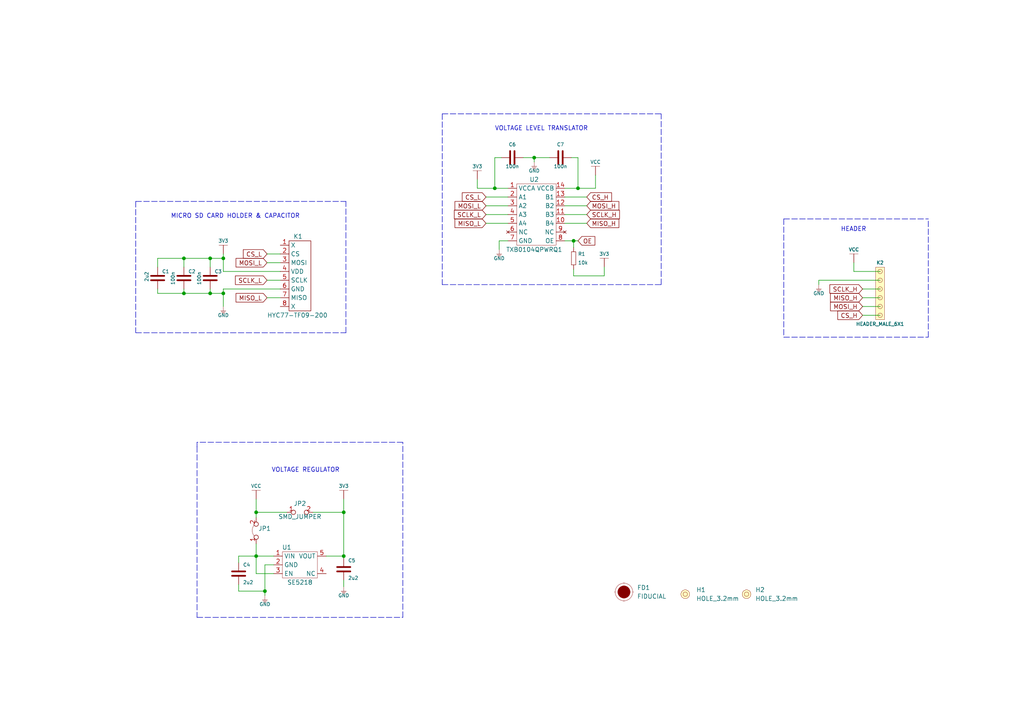
<source format=kicad_sch>
(kicad_sch (version 20211123) (generator eeschema)

  (uuid 115a1352-8b56-4f18-9fd0-2d685f329376)

  (paper "A4")

  (title_block
    (title "microSD breakout")
    (date "2021-07-26")
    (rev "V1.0.0.")
    (company "SOLDERED")
    (comment 1 "333050")
  )

  (lib_symbols
    (symbol "e-radionica.com schematics:0603C" (pin_numbers hide) (pin_names (offset 0.002)) (in_bom yes) (on_board yes)
      (property "Reference" "C" (id 0) (at -0.635 3.175 0)
        (effects (font (size 1 1)))
      )
      (property "Value" "0603C" (id 1) (at 0 -3.175 0)
        (effects (font (size 1 1)))
      )
      (property "Footprint" "e-radionica.com footprinti:0603C" (id 2) (at 0 0 0)
        (effects (font (size 1 1)) hide)
      )
      (property "Datasheet" "" (id 3) (at 0 0 0)
        (effects (font (size 1 1)) hide)
      )
      (symbol "0603C_0_1"
        (polyline
          (pts
            (xy -0.635 1.905)
            (xy -0.635 -1.905)
          )
          (stroke (width 0.5) (type default) (color 0 0 0 0))
          (fill (type none))
        )
        (polyline
          (pts
            (xy 0.635 1.905)
            (xy 0.635 -1.905)
          )
          (stroke (width 0.5) (type default) (color 0 0 0 0))
          (fill (type none))
        )
      )
      (symbol "0603C_1_1"
        (pin passive line (at -3.175 0 0) (length 2.54)
          (name "~" (effects (font (size 1.27 1.27))))
          (number "1" (effects (font (size 1.27 1.27))))
        )
        (pin passive line (at 3.175 0 180) (length 2.54)
          (name "~" (effects (font (size 1.27 1.27))))
          (number "2" (effects (font (size 1.27 1.27))))
        )
      )
    )
    (symbol "e-radionica.com schematics:0603R" (pin_numbers hide) (pin_names (offset 0.254)) (in_bom yes) (on_board yes)
      (property "Reference" "R" (id 0) (at -1.905 1.905 0)
        (effects (font (size 1 1)))
      )
      (property "Value" "0603R" (id 1) (at 0 -1.905 0)
        (effects (font (size 1 1)))
      )
      (property "Footprint" "e-radionica.com footprinti:0603R" (id 2) (at -0.635 1.905 0)
        (effects (font (size 1 1)) hide)
      )
      (property "Datasheet" "" (id 3) (at -0.635 1.905 0)
        (effects (font (size 1 1)) hide)
      )
      (symbol "0603R_0_1"
        (rectangle (start -1.905 -0.635) (end 1.905 -0.6604)
          (stroke (width 0.1) (type default) (color 0 0 0 0))
          (fill (type none))
        )
        (rectangle (start -1.905 0.635) (end -1.8796 -0.635)
          (stroke (width 0.1) (type default) (color 0 0 0 0))
          (fill (type none))
        )
        (rectangle (start -1.905 0.635) (end 1.905 0.6096)
          (stroke (width 0.1) (type default) (color 0 0 0 0))
          (fill (type none))
        )
        (rectangle (start 1.905 0.635) (end 1.9304 -0.635)
          (stroke (width 0.1) (type default) (color 0 0 0 0))
          (fill (type none))
        )
      )
      (symbol "0603R_1_1"
        (pin passive line (at -3.175 0 0) (length 1.27)
          (name "~" (effects (font (size 1.27 1.27))))
          (number "1" (effects (font (size 1.27 1.27))))
        )
        (pin passive line (at 3.175 0 180) (length 1.27)
          (name "~" (effects (font (size 1.27 1.27))))
          (number "2" (effects (font (size 1.27 1.27))))
        )
      )
    )
    (symbol "e-radionica.com schematics:3V3" (power) (pin_names (offset 0)) (in_bom yes) (on_board yes)
      (property "Reference" "#PWR" (id 0) (at 4.445 0 0)
        (effects (font (size 1 1)) hide)
      )
      (property "Value" "3V3" (id 1) (at 0 3.556 0)
        (effects (font (size 1 1)))
      )
      (property "Footprint" "" (id 2) (at 4.445 3.81 0)
        (effects (font (size 1 1)) hide)
      )
      (property "Datasheet" "" (id 3) (at 4.445 3.81 0)
        (effects (font (size 1 1)) hide)
      )
      (property "ki_keywords" "power-flag" (id 4) (at 0 0 0)
        (effects (font (size 1.27 1.27)) hide)
      )
      (property "ki_description" "Power symbol creates a global label with name \"+3V3\"" (id 5) (at 0 0 0)
        (effects (font (size 1.27 1.27)) hide)
      )
      (symbol "3V3_0_1"
        (polyline
          (pts
            (xy -1.27 2.54)
            (xy 1.27 2.54)
          )
          (stroke (width 0.0006) (type default) (color 0 0 0 0))
          (fill (type none))
        )
        (polyline
          (pts
            (xy 0 0)
            (xy 0 2.54)
          )
          (stroke (width 0) (type default) (color 0 0 0 0))
          (fill (type none))
        )
      )
      (symbol "3V3_1_1"
        (pin power_in line (at 0 0 90) (length 0) hide
          (name "3V3" (effects (font (size 1.27 1.27))))
          (number "1" (effects (font (size 1.27 1.27))))
        )
      )
    )
    (symbol "e-radionica.com schematics:FIDUCIAL" (in_bom no) (on_board yes)
      (property "Reference" "FD" (id 0) (at 0 3.81 0)
        (effects (font (size 1.27 1.27)))
      )
      (property "Value" "FIDUCIAL" (id 1) (at 0 -3.81 0)
        (effects (font (size 1.27 1.27)))
      )
      (property "Footprint" "e-radionica.com footprinti:FIDUCIAL_23" (id 2) (at 0.254 -5.334 0)
        (effects (font (size 1.27 1.27)) hide)
      )
      (property "Datasheet" "" (id 3) (at 0 0 0)
        (effects (font (size 1.27 1.27)) hide)
      )
      (symbol "FIDUCIAL_0_1"
        (polyline
          (pts
            (xy -2.54 0)
            (xy -2.794 0)
          )
          (stroke (width 0.0006) (type default) (color 0 0 0 0))
          (fill (type none))
        )
        (polyline
          (pts
            (xy 0 -2.54)
            (xy 0 -2.794)
          )
          (stroke (width 0.0006) (type default) (color 0 0 0 0))
          (fill (type none))
        )
        (polyline
          (pts
            (xy 0 2.54)
            (xy 0 2.794)
          )
          (stroke (width 0.0006) (type default) (color 0 0 0 0))
          (fill (type none))
        )
        (polyline
          (pts
            (xy 2.54 0)
            (xy 2.794 0)
          )
          (stroke (width 0.0006) (type default) (color 0 0 0 0))
          (fill (type none))
        )
        (circle (center 0 0) (radius 1.7961)
          (stroke (width 0.001) (type default) (color 0 0 0 0))
          (fill (type outline))
        )
        (circle (center 0 0) (radius 2.54)
          (stroke (width 0.0006) (type default) (color 0 0 0 0))
          (fill (type none))
        )
      )
    )
    (symbol "e-radionica.com schematics:GND" (power) (pin_names (offset 0)) (in_bom yes) (on_board yes)
      (property "Reference" "#PWR" (id 0) (at 4.445 0 0)
        (effects (font (size 1 1)) hide)
      )
      (property "Value" "GND" (id 1) (at 0 -2.921 0)
        (effects (font (size 1 1)))
      )
      (property "Footprint" "" (id 2) (at 4.445 3.81 0)
        (effects (font (size 1 1)) hide)
      )
      (property "Datasheet" "" (id 3) (at 4.445 3.81 0)
        (effects (font (size 1 1)) hide)
      )
      (property "ki_keywords" "power-flag" (id 4) (at 0 0 0)
        (effects (font (size 1.27 1.27)) hide)
      )
      (property "ki_description" "Power symbol creates a global label with name \"+3V3\"" (id 5) (at 0 0 0)
        (effects (font (size 1.27 1.27)) hide)
      )
      (symbol "GND_0_1"
        (polyline
          (pts
            (xy -0.762 -1.27)
            (xy 0.762 -1.27)
          )
          (stroke (width 0.0006) (type default) (color 0 0 0 0))
          (fill (type none))
        )
        (polyline
          (pts
            (xy -0.635 -1.524)
            (xy 0.635 -1.524)
          )
          (stroke (width 0.0006) (type default) (color 0 0 0 0))
          (fill (type none))
        )
        (polyline
          (pts
            (xy -0.381 -1.778)
            (xy 0.381 -1.778)
          )
          (stroke (width 0.0006) (type default) (color 0 0 0 0))
          (fill (type none))
        )
        (polyline
          (pts
            (xy -0.127 -2.032)
            (xy 0.127 -2.032)
          )
          (stroke (width 0.0006) (type default) (color 0 0 0 0))
          (fill (type none))
        )
        (polyline
          (pts
            (xy 0 0)
            (xy 0 -1.27)
          )
          (stroke (width 0.0006) (type default) (color 0 0 0 0))
          (fill (type none))
        )
      )
      (symbol "GND_1_1"
        (pin power_in line (at 0 0 270) (length 0) hide
          (name "GND" (effects (font (size 1.27 1.27))))
          (number "1" (effects (font (size 1.27 1.27))))
        )
      )
    )
    (symbol "e-radionica.com schematics:HEADER_MALE_6X1" (pin_numbers hide) (pin_names hide) (in_bom yes) (on_board yes)
      (property "Reference" "K" (id 0) (at -0.635 10.16 0)
        (effects (font (size 1 1)))
      )
      (property "Value" "HEADER_MALE_6X1" (id 1) (at 1.27 -7.62 0)
        (effects (font (size 1 1)))
      )
      (property "Footprint" "e-radionica.com footprinti:HEADER_MALE_6X1" (id 2) (at 0 0 0)
        (effects (font (size 1 1)) hide)
      )
      (property "Datasheet" "" (id 3) (at 0 0 0)
        (effects (font (size 1 1)) hide)
      )
      (symbol "HEADER_MALE_6X1_0_1"
        (circle (center 0 -5.08) (radius 0.635)
          (stroke (width 0.0006) (type default) (color 0 0 0 0))
          (fill (type none))
        )
        (circle (center 0 -2.54) (radius 0.635)
          (stroke (width 0.0006) (type default) (color 0 0 0 0))
          (fill (type none))
        )
        (circle (center 0 0) (radius 0.635)
          (stroke (width 0.0006) (type default) (color 0 0 0 0))
          (fill (type none))
        )
        (circle (center 0 2.54) (radius 0.635)
          (stroke (width 0.0006) (type default) (color 0 0 0 0))
          (fill (type none))
        )
        (circle (center 0 5.08) (radius 0.635)
          (stroke (width 0.0006) (type default) (color 0 0 0 0))
          (fill (type none))
        )
        (circle (center 0 7.62) (radius 0.635)
          (stroke (width 0.0006) (type default) (color 0 0 0 0))
          (fill (type none))
        )
        (rectangle (start 1.27 -6.35) (end -1.27 8.89)
          (stroke (width 0.001) (type default) (color 0 0 0 0))
          (fill (type background))
        )
      )
      (symbol "HEADER_MALE_6X1_1_1"
        (pin passive line (at 0 -5.08 180) (length 0)
          (name "~" (effects (font (size 0.991 0.991))))
          (number "1" (effects (font (size 0.991 0.991))))
        )
        (pin passive line (at 0 -2.54 180) (length 0)
          (name "~" (effects (font (size 0.991 0.991))))
          (number "2" (effects (font (size 0.991 0.991))))
        )
        (pin passive line (at 0 0 180) (length 0)
          (name "~" (effects (font (size 0.991 0.991))))
          (number "3" (effects (font (size 0.991 0.991))))
        )
        (pin passive line (at 0 2.54 180) (length 0)
          (name "~" (effects (font (size 0.991 0.991))))
          (number "4" (effects (font (size 0.991 0.991))))
        )
        (pin passive line (at 0 5.08 180) (length 0)
          (name "~" (effects (font (size 0.991 0.991))))
          (number "5" (effects (font (size 0.991 0.991))))
        )
        (pin passive line (at 0 7.62 180) (length 0)
          (name "~" (effects (font (size 0.991 0.991))))
          (number "6" (effects (font (size 0.991 0.991))))
        )
      )
    )
    (symbol "e-radionica.com schematics:HOLE_3.2mm" (pin_numbers hide) (pin_names hide) (in_bom yes) (on_board yes)
      (property "Reference" "H" (id 0) (at 0 2.54 0)
        (effects (font (size 1.27 1.27)))
      )
      (property "Value" "HOLE_3.2mm" (id 1) (at 0 -2.54 0)
        (effects (font (size 1.27 1.27)))
      )
      (property "Footprint" "e-radionica.com footprinti:HOLE_3.2mm" (id 2) (at 0 0 0)
        (effects (font (size 1.27 1.27)) hide)
      )
      (property "Datasheet" "" (id 3) (at 0 0 0)
        (effects (font (size 1.27 1.27)) hide)
      )
      (symbol "HOLE_3.2mm_0_1"
        (circle (center 0 0) (radius 0.635)
          (stroke (width 0.0006) (type default) (color 0 0 0 0))
          (fill (type none))
        )
        (circle (center 0 0) (radius 1.27)
          (stroke (width 0.001) (type default) (color 0 0 0 0))
          (fill (type background))
        )
      )
    )
    (symbol "e-radionica.com schematics:HYC77-TF09-200" (in_bom yes) (on_board yes)
      (property "Reference" "K" (id 0) (at 0 11.43 0)
        (effects (font (size 1.27 1.27)))
      )
      (property "Value" "HYC77-TF09-200" (id 1) (at 0 -11.43 0)
        (effects (font (size 1.27 1.27)))
      )
      (property "Footprint" "e-radionica.com footprinti:HYC77-TF09-200" (id 2) (at 0 -13.97 0)
        (effects (font (size 1.27 1.27)) hide)
      )
      (property "Datasheet" "" (id 3) (at -1.27 5.08 0)
        (effects (font (size 1.27 1.27)) hide)
      )
      (property "ki_keywords" "micro SD card holder" (id 4) (at 0 0 0)
        (effects (font (size 1.27 1.27)) hide)
      )
      (property "ki_description" "Micro SDcard holder" (id 5) (at 0 0 0)
        (effects (font (size 1.27 1.27)) hide)
      )
      (symbol "HYC77-TF09-200_0_1"
        (rectangle (start -2.54 10.16) (end 3.81 -10.16)
          (stroke (width 0.1524) (type default) (color 0 0 0 0))
          (fill (type none))
        )
      )
      (symbol "HYC77-TF09-200_1_1"
        (pin bidirectional line (at -5.08 8.89 0) (length 2.54)
          (name "X" (effects (font (size 1.27 1.27))))
          (number "1" (effects (font (size 1.27 1.27))))
        )
        (pin bidirectional line (at -5.08 6.35 0) (length 2.54)
          (name "CS" (effects (font (size 1.27 1.27))))
          (number "2" (effects (font (size 1.27 1.27))))
        )
        (pin bidirectional line (at -5.08 3.81 0) (length 2.54)
          (name "MOSI" (effects (font (size 1.27 1.27))))
          (number "3" (effects (font (size 1.27 1.27))))
        )
        (pin bidirectional line (at -5.08 1.27 0) (length 2.54)
          (name "VDD" (effects (font (size 1.27 1.27))))
          (number "4" (effects (font (size 1.27 1.27))))
        )
        (pin bidirectional line (at -5.08 -1.27 0) (length 2.54)
          (name "SCLK" (effects (font (size 1.27 1.27))))
          (number "5" (effects (font (size 1.27 1.27))))
        )
        (pin bidirectional line (at -5.08 -3.81 0) (length 2.54)
          (name "GND" (effects (font (size 1.27 1.27))))
          (number "6" (effects (font (size 1.27 1.27))))
        )
        (pin bidirectional line (at -5.08 -6.35 0) (length 2.54)
          (name "MISO" (effects (font (size 1.27 1.27))))
          (number "7" (effects (font (size 1.27 1.27))))
        )
        (pin bidirectional line (at -5.08 -8.89 0) (length 2.54)
          (name "X" (effects (font (size 1.27 1.27))))
          (number "8" (effects (font (size 1.27 1.27))))
        )
      )
    )
    (symbol "e-radionica.com schematics:SE5218" (in_bom yes) (on_board yes)
      (property "Reference" "U" (id 0) (at -3.81 5.08 0)
        (effects (font (size 1.27 1.27)))
      )
      (property "Value" "SE5218" (id 1) (at 0 -5.08 0)
        (effects (font (size 1.27 1.27)))
      )
      (property "Footprint" "e-radionica.com footprinti:SOT-23-5" (id 2) (at 0 0 0)
        (effects (font (size 1.27 1.27)) hide)
      )
      (property "Datasheet" "" (id 3) (at 0 0 0)
        (effects (font (size 1.27 1.27)) hide)
      )
      (symbol "SE5218_0_1"
        (rectangle (start -5.08 3.81) (end 5.08 -3.81)
          (stroke (width 0.0006) (type default) (color 0 0 0 0))
          (fill (type none))
        )
      )
      (symbol "SE5218_1_1"
        (pin power_in line (at -7.62 2.54 0) (length 2.54)
          (name "VIN" (effects (font (size 1.27 1.27))))
          (number "1" (effects (font (size 1.27 1.27))))
        )
        (pin power_in line (at -7.62 0 0) (length 2.54)
          (name "GND" (effects (font (size 1.27 1.27))))
          (number "2" (effects (font (size 1.27 1.27))))
        )
        (pin input line (at -7.62 -2.54 0) (length 2.54)
          (name "EN" (effects (font (size 1.27 1.27))))
          (number "3" (effects (font (size 1.27 1.27))))
        )
        (pin passive line (at 7.62 -2.54 180) (length 2.54)
          (name "NC" (effects (font (size 1.27 1.27))))
          (number "4" (effects (font (size 1.27 1.27))))
        )
        (pin power_out line (at 7.62 2.54 180) (length 2.54)
          (name "VOUT" (effects (font (size 1.27 1.27))))
          (number "5" (effects (font (size 1.27 1.27))))
        )
      )
    )
    (symbol "e-radionica.com schematics:SMD-JUMPER-CONNECTED_TRACE_SLODERMASK" (in_bom yes) (on_board yes)
      (property "Reference" "JP" (id 0) (at 0 3.556 0)
        (effects (font (size 1.27 1.27)))
      )
      (property "Value" "SMD-JUMPER-CONNECTED_TRACE_SLODERMASK" (id 1) (at 0 -2.54 0)
        (effects (font (size 1.27 1.27)))
      )
      (property "Footprint" "e-radionica.com footprinti:SMD-JUMPER-CONNECTED_TRACE_SLODERMASK" (id 2) (at 0 -5.715 0)
        (effects (font (size 1.27 1.27)) hide)
      )
      (property "Datasheet" "" (id 3) (at 0 0 0)
        (effects (font (size 1.27 1.27)) hide)
      )
      (symbol "SMD-JUMPER-CONNECTED_TRACE_SLODERMASK_0_1"
        (arc (start 1.397 0.5842) (mid -0.2077 1.1365) (end -1.8034 0.5588)
          (stroke (width 0.0006) (type default) (color 0 0 0 0))
          (fill (type none))
        )
      )
      (symbol "SMD-JUMPER-CONNECTED_TRACE_SLODERMASK_1_1"
        (pin passive inverted (at -4.064 0 0) (length 2.54)
          (name "" (effects (font (size 1.27 1.27))))
          (number "1" (effects (font (size 1.27 1.27))))
        )
        (pin passive inverted (at 3.556 0 180) (length 2.54)
          (name "" (effects (font (size 1.27 1.27))))
          (number "2" (effects (font (size 1.27 1.27))))
        )
      )
    )
    (symbol "e-radionica.com schematics:SMD_JUMPER" (in_bom yes) (on_board yes)
      (property "Reference" "JP" (id 0) (at 0 1.397 0)
        (effects (font (size 1.27 1.27)))
      )
      (property "Value" "SMD_JUMPER" (id 1) (at 0.508 -3.048 0)
        (effects (font (size 1.27 1.27)))
      )
      (property "Footprint" "e-radionica.com footprinti:SMD_JUMPER" (id 2) (at 0 0 0)
        (effects (font (size 1.27 1.27)) hide)
      )
      (property "Datasheet" "" (id 3) (at 0 0 0)
        (effects (font (size 1.27 1.27)) hide)
      )
      (symbol "SMD_JUMPER_1_1"
        (pin passive inverted (at -3.81 0 0) (length 2.54)
          (name "" (effects (font (size 1.27 1.27))))
          (number "1" (effects (font (size 1.27 1.27))))
        )
        (pin passive inverted (at 3.81 0 180) (length 2.54)
          (name "" (effects (font (size 1.27 1.27))))
          (number "2" (effects (font (size 1.27 1.27))))
        )
      )
    )
    (symbol "e-radionica.com schematics:TXB0104QPWRQ1" (in_bom yes) (on_board yes)
      (property "Reference" "U" (id 0) (at 0 8.89 0)
        (effects (font (size 1.27 1.27)))
      )
      (property "Value" "TXB0104QPWRQ1" (id 1) (at 0 -11.43 0)
        (effects (font (size 1.27 1.27)))
      )
      (property "Footprint" "e-radionica.com footprinti:TXB0104QPWRQ1" (id 2) (at 0 -13.97 0)
        (effects (font (size 1.27 1.27)) hide)
      )
      (property "Datasheet" "" (id 3) (at 0 0 0)
        (effects (font (size 1.27 1.27)) hide)
      )
      (symbol "TXB0104QPWRQ1_0_1"
        (rectangle (start -5.08 7.62) (end 6.35 -10.16)
          (stroke (width 0.0006) (type default) (color 0 0 0 0))
          (fill (type none))
        )
      )
      (symbol "TXB0104QPWRQ1_1_1"
        (pin power_in line (at -7.62 6.35 0) (length 2.54)
          (name "VCCA" (effects (font (size 1.27 1.27))))
          (number "1" (effects (font (size 1.27 1.27))))
        )
        (pin passive line (at 8.89 -3.81 180) (length 2.54)
          (name "B4" (effects (font (size 1.27 1.27))))
          (number "10" (effects (font (size 1.27 1.27))))
        )
        (pin passive line (at 8.89 -1.27 180) (length 2.54)
          (name "B3" (effects (font (size 1.27 1.27))))
          (number "11" (effects (font (size 1.27 1.27))))
        )
        (pin passive line (at 8.89 1.27 180) (length 2.54)
          (name "B2" (effects (font (size 1.27 1.27))))
          (number "12" (effects (font (size 1.27 1.27))))
        )
        (pin passive line (at 8.89 3.81 180) (length 2.54)
          (name "B1" (effects (font (size 1.27 1.27))))
          (number "13" (effects (font (size 1.27 1.27))))
        )
        (pin power_out line (at 8.89 6.35 180) (length 2.54)
          (name "VCCB" (effects (font (size 1.27 1.27))))
          (number "14" (effects (font (size 1.27 1.27))))
        )
        (pin passive line (at -7.62 3.81 0) (length 2.54)
          (name "A1" (effects (font (size 1.27 1.27))))
          (number "2" (effects (font (size 1.27 1.27))))
        )
        (pin passive line (at -7.62 1.27 0) (length 2.54)
          (name "A2" (effects (font (size 1.27 1.27))))
          (number "3" (effects (font (size 1.27 1.27))))
        )
        (pin passive line (at -7.62 -1.27 0) (length 2.54)
          (name "A3" (effects (font (size 1.27 1.27))))
          (number "4" (effects (font (size 1.27 1.27))))
        )
        (pin passive line (at -7.62 -3.81 0) (length 2.54)
          (name "A4" (effects (font (size 1.27 1.27))))
          (number "5" (effects (font (size 1.27 1.27))))
        )
        (pin no_connect line (at -7.62 -6.35 0) (length 2.54)
          (name "NC" (effects (font (size 1.27 1.27))))
          (number "6" (effects (font (size 1.27 1.27))))
        )
        (pin passive line (at -7.62 -8.89 0) (length 2.54)
          (name "GND" (effects (font (size 1.27 1.27))))
          (number "7" (effects (font (size 1.27 1.27))))
        )
        (pin passive line (at 8.89 -8.89 180) (length 2.54)
          (name "OE" (effects (font (size 1.27 1.27))))
          (number "8" (effects (font (size 1.27 1.27))))
        )
        (pin no_connect line (at 8.89 -6.35 180) (length 2.54)
          (name "NC" (effects (font (size 1.27 1.27))))
          (number "9" (effects (font (size 1.27 1.27))))
        )
      )
    )
    (symbol "e-radionica.com schematics:VCC" (power) (pin_names (offset 0)) (in_bom yes) (on_board yes)
      (property "Reference" "#PWR" (id 0) (at 4.445 0 0)
        (effects (font (size 1 1)) hide)
      )
      (property "Value" "VCC" (id 1) (at 0 3.556 0)
        (effects (font (size 1 1)))
      )
      (property "Footprint" "" (id 2) (at 4.445 3.81 0)
        (effects (font (size 1 1)) hide)
      )
      (property "Datasheet" "" (id 3) (at 4.445 3.81 0)
        (effects (font (size 1 1)) hide)
      )
      (property "ki_keywords" "power-flag" (id 4) (at 0 0 0)
        (effects (font (size 1.27 1.27)) hide)
      )
      (property "ki_description" "Power symbol creates a global label with name \"VCC\"" (id 5) (at 0 0 0)
        (effects (font (size 1.27 1.27)) hide)
      )
      (symbol "VCC_0_1"
        (polyline
          (pts
            (xy -1.27 2.54)
            (xy 1.27 2.54)
          )
          (stroke (width 0.0006) (type default) (color 0 0 0 0))
          (fill (type none))
        )
        (polyline
          (pts
            (xy 0 0)
            (xy 0 2.54)
          )
          (stroke (width 0) (type default) (color 0 0 0 0))
          (fill (type none))
        )
      )
      (symbol "VCC_1_1"
        (pin power_in line (at 0 0 90) (length 0) hide
          (name "VCC" (effects (font (size 1.27 1.27))))
          (number "1" (effects (font (size 1.27 1.27))))
        )
      )
    )
  )

  (junction (at 167.64 54.61) (diameter 0.9144) (color 0 0 0 0)
    (uuid 01e9b6e7-adf9-4ee7-9447-a588630ee4a2)
  )
  (junction (at 64.77 85.09) (diameter 0.9144) (color 0 0 0 0)
    (uuid 0755aee5-bc01-4cb5-b830-583289df50a3)
  )
  (junction (at 143.51 54.61) (diameter 0.9144) (color 0 0 0 0)
    (uuid 16bd6381-8ac0-4bf2-9dce-ecc20c724b8d)
  )
  (junction (at 74.295 148.59) (diameter 0.9144) (color 0 0 0 0)
    (uuid 4a21e717-d46d-4d9e-8b98-af4ecb02d3ec)
  )
  (junction (at 166.37 69.85) (diameter 0.9144) (color 0 0 0 0)
    (uuid 4f66b314-0f62-4fb6-8c3c-f9c6a75cd3ec)
  )
  (junction (at 64.77 74.93) (diameter 0.9144) (color 0 0 0 0)
    (uuid 4fb21471-41be-4be8-9687-66030f97befc)
  )
  (junction (at 76.835 171.45) (diameter 0.9144) (color 0 0 0 0)
    (uuid 60dcd1fe-7079-4cb8-b509-04558ccf5097)
  )
  (junction (at 53.34 85.09) (diameter 0.9144) (color 0 0 0 0)
    (uuid 70e15522-1572-4451-9c0d-6d36ac70d8c6)
  )
  (junction (at 60.96 85.09) (diameter 0.9144) (color 0 0 0 0)
    (uuid 7599133e-c681-4202-85d9-c20dac196c64)
  )
  (junction (at 99.695 161.29) (diameter 0.9144) (color 0 0 0 0)
    (uuid 85b7594c-358f-454b-b2ad-dd0b1d67ed76)
  )
  (junction (at 154.94 45.72) (diameter 0.9144) (color 0 0 0 0)
    (uuid a5cd8da1-8f7f-4f80-bb23-0317de562222)
  )
  (junction (at 99.695 148.59) (diameter 0.9144) (color 0 0 0 0)
    (uuid c5eb1e4c-ce83-470e-8f32-e20ff1f886a3)
  )
  (junction (at 53.34 74.93) (diameter 0.9144) (color 0 0 0 0)
    (uuid d3d7e298-1d39-4294-a3ab-c84cc0dc5e5a)
  )
  (junction (at 60.96 74.93) (diameter 0.9144) (color 0 0 0 0)
    (uuid dde51ae5-b215-445e-92bb-4a12ec410531)
  )
  (junction (at 74.295 161.29) (diameter 0.9144) (color 0 0 0 0)
    (uuid ec31c074-17b2-48e1-ab01-071acad3fa04)
  )

  (wire (pts (xy 76.835 163.83) (xy 76.835 171.45))
    (stroke (width 0) (type solid) (color 0 0 0 0))
    (uuid 010f05fa-91fa-44cd-ab9f-009067dc8ac6)
  )
  (wire (pts (xy 144.78 69.85) (xy 144.78 72.39))
    (stroke (width 0) (type solid) (color 0 0 0 0))
    (uuid 024d48f3-7f2f-4536-8f12-aaed2568615a)
  )
  (wire (pts (xy 64.77 73.66) (xy 64.77 74.93))
    (stroke (width 0) (type solid) (color 0 0 0 0))
    (uuid 05c41e9d-f3e3-4404-9acd-0493d6bdf61f)
  )
  (wire (pts (xy 64.77 74.93) (xy 64.77 78.74))
    (stroke (width 0) (type solid) (color 0 0 0 0))
    (uuid 05c41e9d-f3e3-4404-9acd-0493d6bdf620)
  )
  (wire (pts (xy 69.215 169.545) (xy 69.215 171.45))
    (stroke (width 0) (type solid) (color 0 0 0 0))
    (uuid 06a20fc9-0d85-4705-8fda-3d8af142a422)
  )
  (wire (pts (xy 140.97 62.23) (xy 147.32 62.23))
    (stroke (width 0) (type solid) (color 0 0 0 0))
    (uuid 129e9912-5235-4e34-959a-a5c2fcfde881)
  )
  (wire (pts (xy 140.97 57.15) (xy 147.32 57.15))
    (stroke (width 0) (type solid) (color 0 0 0 0))
    (uuid 1370a1f8-7393-48cc-a90a-0b7e1bafdf48)
  )
  (wire (pts (xy 99.695 148.59) (xy 99.695 161.29))
    (stroke (width 0) (type solid) (color 0 0 0 0))
    (uuid 1abc8d04-18a6-42bd-b37a-841faf0c82fa)
  )
  (wire (pts (xy 163.83 69.85) (xy 166.37 69.85))
    (stroke (width 0) (type solid) (color 0 0 0 0))
    (uuid 1b694c80-4140-49de-9030-6f5e286a9da7)
  )
  (wire (pts (xy 69.215 163.195) (xy 69.215 161.29))
    (stroke (width 0) (type solid) (color 0 0 0 0))
    (uuid 1b915055-9788-4f5b-a0d7-5b760b150566)
  )
  (wire (pts (xy 250.19 86.36) (xy 255.27 86.36))
    (stroke (width 0) (type solid) (color 0 0 0 0))
    (uuid 1c31ce73-1be4-4abc-b54a-0df5e59a1c8d)
  )
  (wire (pts (xy 90.805 148.59) (xy 99.695 148.59))
    (stroke (width 0) (type solid) (color 0 0 0 0))
    (uuid 1f2c5622-276d-4581-ae0b-1a50a24064dc)
  )
  (wire (pts (xy 74.295 148.59) (xy 83.185 148.59))
    (stroke (width 0) (type solid) (color 0 0 0 0))
    (uuid 20e1afc5-b8e1-4106-acb5-1950f39358e1)
  )
  (wire (pts (xy 143.51 54.61) (xy 147.32 54.61))
    (stroke (width 0) (type solid) (color 0 0 0 0))
    (uuid 21e8e62c-3d87-472e-ad7f-4f85588c7022)
  )
  (wire (pts (xy 74.295 148.59) (xy 74.295 150.114))
    (stroke (width 0) (type solid) (color 0 0 0 0))
    (uuid 242e5866-3163-49fd-8586-185e627db845)
  )
  (wire (pts (xy 147.32 69.85) (xy 144.78 69.85))
    (stroke (width 0) (type solid) (color 0 0 0 0))
    (uuid 25a51912-2441-4c30-b6cb-834db79a0087)
  )
  (polyline (pts (xy 128.27 33.02) (xy 128.27 82.55))
    (stroke (width 0) (type dash) (color 0 0 0 0))
    (uuid 2f9a6ceb-9fe8-4503-a7a9-13b2c4e7d876)
  )
  (polyline (pts (xy 128.27 33.02) (xy 191.77 33.02))
    (stroke (width 0) (type dash) (color 0 0 0 0))
    (uuid 2f9a6ceb-9fe8-4503-a7a9-13b2c4e7d877)
  )
  (polyline (pts (xy 128.27 82.55) (xy 191.77 82.55))
    (stroke (width 0) (type dash) (color 0 0 0 0))
    (uuid 2f9a6ceb-9fe8-4503-a7a9-13b2c4e7d878)
  )
  (polyline (pts (xy 191.77 82.55) (xy 191.77 33.02))
    (stroke (width 0) (type dash) (color 0 0 0 0))
    (uuid 2f9a6ceb-9fe8-4503-a7a9-13b2c4e7d879)
  )

  (wire (pts (xy 77.47 81.28) (xy 81.28 81.28))
    (stroke (width 0) (type solid) (color 0 0 0 0))
    (uuid 317ee23e-7f5d-4689-9226-a57f6836cb4f)
  )
  (wire (pts (xy 151.765 45.72) (xy 154.94 45.72))
    (stroke (width 0) (type solid) (color 0 0 0 0))
    (uuid 3211ca24-f7b2-4c69-ba3d-67c646228e97)
  )
  (wire (pts (xy 143.51 45.72) (xy 145.415 45.72))
    (stroke (width 0) (type solid) (color 0 0 0 0))
    (uuid 34a5049f-5456-4137-9ada-a8bf331a4f0a)
  )
  (wire (pts (xy 77.47 76.2) (xy 81.28 76.2))
    (stroke (width 0) (type solid) (color 0 0 0 0))
    (uuid 360b2398-feff-4089-9d6e-6020051a38e2)
  )
  (wire (pts (xy 247.65 78.74) (xy 247.65 76.2))
    (stroke (width 0) (type solid) (color 0 0 0 0))
    (uuid 36aec550-0291-4cc1-8a9c-e8daade093da)
  )
  (wire (pts (xy 255.27 78.74) (xy 247.65 78.74))
    (stroke (width 0) (type solid) (color 0 0 0 0))
    (uuid 36aec550-0291-4cc1-8a9c-e8daade093db)
  )
  (wire (pts (xy 53.34 83.82) (xy 53.34 85.09))
    (stroke (width 0) (type solid) (color 0 0 0 0))
    (uuid 38916f1a-bb8d-4efd-921d-b74a8cbd8e3f)
  )
  (wire (pts (xy 74.295 166.37) (xy 74.295 161.29))
    (stroke (width 0) (type solid) (color 0 0 0 0))
    (uuid 3a5fcea7-6d2d-4dc3-b77a-31f99aa63377)
  )
  (wire (pts (xy 250.19 83.82) (xy 255.27 83.82))
    (stroke (width 0) (type solid) (color 0 0 0 0))
    (uuid 3d696584-7a0a-4b47-8ad3-403d558d0487)
  )
  (wire (pts (xy 45.72 74.93) (xy 53.34 74.93))
    (stroke (width 0) (type solid) (color 0 0 0 0))
    (uuid 43e7e44a-53f0-49b0-8c04-908b586655cd)
  )
  (wire (pts (xy 45.72 77.47) (xy 45.72 74.93))
    (stroke (width 0) (type solid) (color 0 0 0 0))
    (uuid 43e7e44a-53f0-49b0-8c04-908b586655ce)
  )
  (wire (pts (xy 53.34 74.93) (xy 60.96 74.93))
    (stroke (width 0) (type solid) (color 0 0 0 0))
    (uuid 43e7e44a-53f0-49b0-8c04-908b586655cf)
  )
  (wire (pts (xy 60.96 74.93) (xy 64.77 74.93))
    (stroke (width 0) (type solid) (color 0 0 0 0))
    (uuid 43e7e44a-53f0-49b0-8c04-908b586655d0)
  )
  (wire (pts (xy 64.77 83.82) (xy 64.77 85.09))
    (stroke (width 0) (type solid) (color 0 0 0 0))
    (uuid 4e89eb2e-3b99-4a39-83c9-04a7ded46719)
  )
  (wire (pts (xy 64.77 85.09) (xy 64.77 88.9))
    (stroke (width 0) (type solid) (color 0 0 0 0))
    (uuid 4e89eb2e-3b99-4a39-83c9-04a7ded4671a)
  )
  (wire (pts (xy 167.64 45.72) (xy 167.64 54.61))
    (stroke (width 0) (type solid) (color 0 0 0 0))
    (uuid 5078e03a-b797-40bd-abbc-ea9ac6b1fee3)
  )
  (wire (pts (xy 165.735 45.72) (xy 167.64 45.72))
    (stroke (width 0) (type solid) (color 0 0 0 0))
    (uuid 514ecd0d-6440-4dd4-840c-4c8486c0f6b2)
  )
  (wire (pts (xy 163.83 62.23) (xy 170.18 62.23))
    (stroke (width 0) (type solid) (color 0 0 0 0))
    (uuid 52ea0351-4dd6-4b74-b6e2-44ac76c22829)
  )
  (wire (pts (xy 99.695 161.29) (xy 99.695 161.925))
    (stroke (width 0) (type solid) (color 0 0 0 0))
    (uuid 533734f3-2e47-480d-abd4-e242c6e48a8f)
  )
  (wire (pts (xy 140.97 59.69) (xy 147.32 59.69))
    (stroke (width 0) (type solid) (color 0 0 0 0))
    (uuid 5e4bbcab-21f5-466d-b0a5-8b2f865188f9)
  )
  (wire (pts (xy 64.77 78.74) (xy 81.28 78.74))
    (stroke (width 0) (type solid) (color 0 0 0 0))
    (uuid 64b8eb81-9859-45f6-9f94-05235e658f9d)
  )
  (wire (pts (xy 172.72 50.8) (xy 172.72 54.61))
    (stroke (width 0) (type solid) (color 0 0 0 0))
    (uuid 69e5b445-f962-4d4d-9e0c-992adc4320be)
  )
  (wire (pts (xy 172.72 54.61) (xy 167.64 54.61))
    (stroke (width 0) (type solid) (color 0 0 0 0))
    (uuid 69e5b445-f962-4d4d-9e0c-992adc4320bf)
  )
  (wire (pts (xy 64.77 83.82) (xy 81.28 83.82))
    (stroke (width 0) (type solid) (color 0 0 0 0))
    (uuid 70ae8060-5953-47b8-9e1b-22885030bf7d)
  )
  (wire (pts (xy 60.96 83.82) (xy 60.96 85.09))
    (stroke (width 0) (type solid) (color 0 0 0 0))
    (uuid 72e767ae-06a8-4ed0-bf7f-5b24b4dc5fc3)
  )
  (wire (pts (xy 94.615 161.29) (xy 99.695 161.29))
    (stroke (width 0) (type solid) (color 0 0 0 0))
    (uuid 769388dc-720b-415a-b2dc-bc2714df9a36)
  )
  (wire (pts (xy 237.49 81.28) (xy 255.27 81.28))
    (stroke (width 0) (type solid) (color 0 0 0 0))
    (uuid 8081c929-72b2-4f87-bfef-d2afced4b84b)
  )
  (wire (pts (xy 237.49 82.55) (xy 237.49 81.28))
    (stroke (width 0) (type solid) (color 0 0 0 0))
    (uuid 8081c929-72b2-4f87-bfef-d2afced4b84c)
  )
  (wire (pts (xy 60.96 74.93) (xy 60.96 77.47))
    (stroke (width 0) (type solid) (color 0 0 0 0))
    (uuid 860783ef-1d6c-48a1-b241-10dc3d3a5e3a)
  )
  (wire (pts (xy 79.375 166.37) (xy 74.295 166.37))
    (stroke (width 0) (type solid) (color 0 0 0 0))
    (uuid 8799f8bf-3e9b-4d61-bcdb-4bae5b237c32)
  )
  (polyline (pts (xy 57.15 128.27) (xy 57.15 129.54))
    (stroke (width 0) (type dash) (color 0 0 0 0))
    (uuid 89d0a378-2811-414d-9092-a54027b9a9ca)
  )
  (polyline (pts (xy 57.15 129.54) (xy 57.15 179.07))
    (stroke (width 0) (type dash) (color 0 0 0 0))
    (uuid 89d0a378-2811-414d-9092-a54027b9a9cb)
  )
  (polyline (pts (xy 57.15 179.07) (xy 116.84 179.07))
    (stroke (width 0) (type dash) (color 0 0 0 0))
    (uuid 89d0a378-2811-414d-9092-a54027b9a9cc)
  )
  (polyline (pts (xy 116.84 128.27) (xy 57.15 128.27))
    (stroke (width 0) (type dash) (color 0 0 0 0))
    (uuid 89d0a378-2811-414d-9092-a54027b9a9cd)
  )
  (polyline (pts (xy 116.84 179.07) (xy 116.84 128.27))
    (stroke (width 0) (type dash) (color 0 0 0 0))
    (uuid 89d0a378-2811-414d-9092-a54027b9a9ce)
  )

  (wire (pts (xy 45.72 83.82) (xy 45.72 85.09))
    (stroke (width 0) (type solid) (color 0 0 0 0))
    (uuid 8e702ed5-ceb2-4c08-a9ca-8537c9060236)
  )
  (wire (pts (xy 45.72 85.09) (xy 53.34 85.09))
    (stroke (width 0) (type solid) (color 0 0 0 0))
    (uuid 8e702ed5-ceb2-4c08-a9ca-8537c9060237)
  )
  (wire (pts (xy 53.34 85.09) (xy 60.96 85.09))
    (stroke (width 0) (type solid) (color 0 0 0 0))
    (uuid 8e702ed5-ceb2-4c08-a9ca-8537c9060238)
  )
  (wire (pts (xy 60.96 85.09) (xy 64.77 85.09))
    (stroke (width 0) (type solid) (color 0 0 0 0))
    (uuid 8e702ed5-ceb2-4c08-a9ca-8537c9060239)
  )
  (wire (pts (xy 166.37 69.85) (xy 167.64 69.85))
    (stroke (width 0) (type solid) (color 0 0 0 0))
    (uuid 9234bdf6-bcdc-42f0-84fd-3f877b69c1e1)
  )
  (wire (pts (xy 140.97 64.77) (xy 147.32 64.77))
    (stroke (width 0) (type solid) (color 0 0 0 0))
    (uuid 92dee54a-98cb-42c7-a42f-7a41d667e56c)
  )
  (wire (pts (xy 74.295 157.734) (xy 74.295 161.29))
    (stroke (width 0) (type solid) (color 0 0 0 0))
    (uuid 93c95e45-9c7c-4754-9e67-bed326bd2abc)
  )
  (wire (pts (xy 99.695 148.59) (xy 99.695 144.78))
    (stroke (width 0) (type solid) (color 0 0 0 0))
    (uuid 97e20cbc-5ecb-4a49-83f3-7bf3dd124c0e)
  )
  (wire (pts (xy 99.695 168.275) (xy 99.695 170.18))
    (stroke (width 0) (type solid) (color 0 0 0 0))
    (uuid a054ca3b-3735-4ad3-b897-7b7b3e79acbf)
  )
  (wire (pts (xy 166.37 80.01) (xy 175.26 80.01))
    (stroke (width 0) (type solid) (color 0 0 0 0))
    (uuid a2a7b8bb-d184-4325-9381-ccc273d9d7df)
  )
  (wire (pts (xy 175.26 80.01) (xy 175.26 77.47))
    (stroke (width 0) (type solid) (color 0 0 0 0))
    (uuid a2a7b8bb-d184-4325-9381-ccc273d9d7e0)
  )
  (wire (pts (xy 79.375 163.83) (xy 76.835 163.83))
    (stroke (width 0) (type solid) (color 0 0 0 0))
    (uuid aaac2870-99c9-4228-a83e-f5b87aabd1e4)
  )
  (wire (pts (xy 77.47 73.66) (xy 81.28 73.66))
    (stroke (width 0) (type solid) (color 0 0 0 0))
    (uuid b0a9876b-c709-48c5-9909-3abcdfac7b23)
  )
  (wire (pts (xy 250.19 91.44) (xy 255.27 91.44))
    (stroke (width 0) (type solid) (color 0 0 0 0))
    (uuid b1f70d82-407e-4960-b020-9712249c4091)
  )
  (wire (pts (xy 76.835 171.45) (xy 76.835 172.72))
    (stroke (width 0) (type solid) (color 0 0 0 0))
    (uuid b22d816a-3d51-4b09-a52f-83f8d2ed5bc7)
  )
  (wire (pts (xy 154.94 45.72) (xy 154.94 46.99))
    (stroke (width 0) (type solid) (color 0 0 0 0))
    (uuid b4ba13ef-22cf-4d3f-a353-7b74f5f47b85)
  )
  (wire (pts (xy 166.37 69.85) (xy 166.37 71.755))
    (stroke (width 0) (type solid) (color 0 0 0 0))
    (uuid ba7aaaf0-7364-448b-82e7-16799302cd7e)
  )
  (wire (pts (xy 53.34 74.93) (xy 53.34 77.47))
    (stroke (width 0) (type solid) (color 0 0 0 0))
    (uuid c0c0bd66-01f8-4a14-b313-82ddfcd261ca)
  )
  (wire (pts (xy 163.83 57.15) (xy 170.18 57.15))
    (stroke (width 0) (type solid) (color 0 0 0 0))
    (uuid c30682b8-0715-441b-a915-49ea790c8621)
  )
  (wire (pts (xy 138.43 52.07) (xy 138.43 54.61))
    (stroke (width 0) (type solid) (color 0 0 0 0))
    (uuid c3b80e34-2628-4332-8928-1871da2c86ab)
  )
  (wire (pts (xy 138.43 54.61) (xy 143.51 54.61))
    (stroke (width 0) (type solid) (color 0 0 0 0))
    (uuid c3b80e34-2628-4332-8928-1871da2c86ac)
  )
  (wire (pts (xy 163.83 54.61) (xy 167.64 54.61))
    (stroke (width 0) (type solid) (color 0 0 0 0))
    (uuid cae263f6-b58b-45ff-bb61-7062084d6a19)
  )
  (wire (pts (xy 74.295 144.78) (xy 74.295 148.59))
    (stroke (width 0) (type solid) (color 0 0 0 0))
    (uuid cdd40a4f-d8c3-4b2e-950c-3e9de9ba4f3a)
  )
  (wire (pts (xy 69.215 171.45) (xy 76.835 171.45))
    (stroke (width 0) (type solid) (color 0 0 0 0))
    (uuid d382c9e8-d279-4203-ae2b-7878a3e9a84a)
  )
  (wire (pts (xy 69.215 161.29) (xy 74.295 161.29))
    (stroke (width 0) (type solid) (color 0 0 0 0))
    (uuid d616fb9d-3acb-40ae-a868-0a99889038f8)
  )
  (wire (pts (xy 143.51 45.72) (xy 143.51 54.61))
    (stroke (width 0) (type solid) (color 0 0 0 0))
    (uuid d61f27f6-036c-4872-86c7-fe45e539f21e)
  )
  (polyline (pts (xy 227.33 63.5) (xy 227.33 97.79))
    (stroke (width 0) (type dash) (color 0 0 0 0))
    (uuid df283bd4-2a6d-43cd-b852-df3eef7c33d4)
  )
  (polyline (pts (xy 227.33 63.5) (xy 269.24 63.5))
    (stroke (width 0) (type dash) (color 0 0 0 0))
    (uuid df283bd4-2a6d-43cd-b852-df3eef7c33d5)
  )
  (polyline (pts (xy 227.33 97.79) (xy 269.24 97.79))
    (stroke (width 0) (type dash) (color 0 0 0 0))
    (uuid df283bd4-2a6d-43cd-b852-df3eef7c33d6)
  )
  (polyline (pts (xy 269.24 97.79) (xy 269.24 63.5))
    (stroke (width 0) (type dash) (color 0 0 0 0))
    (uuid df283bd4-2a6d-43cd-b852-df3eef7c33d7)
  )

  (wire (pts (xy 163.83 59.69) (xy 170.18 59.69))
    (stroke (width 0) (type solid) (color 0 0 0 0))
    (uuid e203823d-8ed0-4ffa-890d-0259540e8063)
  )
  (wire (pts (xy 163.83 64.77) (xy 170.18 64.77))
    (stroke (width 0) (type solid) (color 0 0 0 0))
    (uuid e2273ad4-8774-4730-ad72-8e090ca73324)
  )
  (wire (pts (xy 79.375 161.29) (xy 74.295 161.29))
    (stroke (width 0) (type solid) (color 0 0 0 0))
    (uuid e546d0dc-e308-4968-ad55-fdd60e23743c)
  )
  (wire (pts (xy 77.47 86.36) (xy 81.28 86.36))
    (stroke (width 0) (type solid) (color 0 0 0 0))
    (uuid e6d1b4c8-f862-4b86-aa34-cd0d6c32b91b)
  )
  (wire (pts (xy 250.19 88.9) (xy 255.27 88.9))
    (stroke (width 0) (type solid) (color 0 0 0 0))
    (uuid edf2e494-13c2-4a5b-b7e5-fd4fe15d79be)
  )
  (polyline (pts (xy 39.37 58.42) (xy 39.37 96.52))
    (stroke (width 0) (type dash) (color 0 0 0 0))
    (uuid f49ccfee-2d01-4fb3-933f-7b886d656798)
  )
  (polyline (pts (xy 39.37 58.42) (xy 100.33 58.42))
    (stroke (width 0) (type dash) (color 0 0 0 0))
    (uuid f49ccfee-2d01-4fb3-933f-7b886d656799)
  )
  (polyline (pts (xy 39.37 96.52) (xy 100.33 96.52))
    (stroke (width 0) (type dash) (color 0 0 0 0))
    (uuid f49ccfee-2d01-4fb3-933f-7b886d65679a)
  )
  (polyline (pts (xy 100.33 96.52) (xy 100.33 58.42))
    (stroke (width 0) (type dash) (color 0 0 0 0))
    (uuid f49ccfee-2d01-4fb3-933f-7b886d65679b)
  )

  (wire (pts (xy 159.385 45.72) (xy 154.94 45.72))
    (stroke (width 0) (type solid) (color 0 0 0 0))
    (uuid fb2e7071-208a-4b11-ab7b-433f4d6f314c)
  )
  (wire (pts (xy 166.37 78.105) (xy 166.37 80.01))
    (stroke (width 0) (type solid) (color 0 0 0 0))
    (uuid fcd54102-6ee0-443b-a293-f60839e2b20c)
  )

  (text "VOLTAGE LEVEL TRANSLATOR" (at 143.51 38.1 0)
    (effects (font (size 1.27 1.27)) (justify left bottom))
    (uuid 04342c3c-a5e9-41d1-b68a-c34627f7b537)
  )
  (text "MICRO SD CARD HOLDER & CAPACITOR" (at 49.53 63.5 0)
    (effects (font (size 1.27 1.27)) (justify left bottom))
    (uuid 625eb5b3-30b3-460d-94fc-67b45965cfb6)
  )
  (text "VOLTAGE REGULATOR\n" (at 78.74 137.16 0)
    (effects (font (size 1.27 1.27)) (justify left bottom))
    (uuid 65c2ce9a-3cd9-417f-b9da-61c19e23547e)
  )
  (text "HEADER" (at 243.84 67.31 0)
    (effects (font (size 1.27 1.27)) (justify left bottom))
    (uuid a8b6d066-353c-417d-8321-473c7541e74d)
  )

  (global_label "MOSI_L" (shape input) (at 140.97 59.69 180)
    (effects (font (size 1.27 1.27)) (justify right))
    (uuid 07984401-ca2c-4721-bee7-54456ad5fea9)
    (property "Intersheet References" "${INTERSHEET_REFS}" (id 0) (at 134.7348 59.6106 0)
      (effects (font (size 1.27 1.27)) (justify right) hide)
    )
  )
  (global_label "SCLK_H" (shape input) (at 250.19 83.82 180)
    (effects (font (size 1.27 1.27)) (justify right))
    (uuid 11747d8b-21c7-4bc1-b429-14a4168ad81d)
    (property "Intersheet References" "${INTERSHEET_REFS}" (id 0) (at 243.7734 83.8994 0)
      (effects (font (size 1.27 1.27)) (justify right) hide)
    )
  )
  (global_label "OE" (shape input) (at 167.64 69.85 0)
    (effects (font (size 1.27 1.27)) (justify left))
    (uuid 1d0c91f9-8340-445a-a314-8c8597527831)
    (property "Intersheet References" "${INTERSHEET_REFS}" (id 0) (at 174.0566 69.7706 0)
      (effects (font (size 1.27 1.27)) (justify left) hide)
    )
  )
  (global_label "CS_L" (shape input) (at 140.97 57.15 180)
    (effects (font (size 1.27 1.27)) (justify right))
    (uuid 49cc60b8-7cc8-4d27-aad0-aabedf00d079)
    (property "Intersheet References" "${INTERSHEET_REFS}" (id 0) (at 134.7348 57.0706 0)
      (effects (font (size 1.27 1.27)) (justify right) hide)
    )
  )
  (global_label "SCLK_L" (shape input) (at 140.97 62.23 180)
    (effects (font (size 1.27 1.27)) (justify right))
    (uuid 567173d9-1504-421b-91c7-88cd411cd059)
    (property "Intersheet References" "${INTERSHEET_REFS}" (id 0) (at 134.7348 62.1506 0)
      (effects (font (size 1.27 1.27)) (justify right) hide)
    )
  )
  (global_label "SCLK_L" (shape input) (at 77.47 81.28 180) (fields_autoplaced)
    (effects (font (size 1.27 1.27)) (justify right))
    (uuid 5a0d83bb-8811-413d-9a1c-62fcaba2afc9)
    (property "Intersheet References" "${INTERSHEET_REFS}" (id 0) (at 68.2836 81.2006 0)
      (effects (font (size 1.27 1.27)) (justify right) hide)
    )
  )
  (global_label "CS_H" (shape input) (at 250.19 91.44 180)
    (effects (font (size 1.27 1.27)) (justify right))
    (uuid 6b442bc3-dfec-4fa4-a0a6-46a20679df3a)
    (property "Intersheet References" "${INTERSHEET_REFS}" (id 0) (at 243.7734 91.5194 0)
      (effects (font (size 1.27 1.27)) (justify right) hide)
    )
  )
  (global_label "SCLK_H" (shape input) (at 170.18 62.23 0)
    (effects (font (size 1.27 1.27)) (justify left))
    (uuid 6df4e01b-ce8a-4ab7-b7e0-1ed2588aead6)
    (property "Intersheet References" "${INTERSHEET_REFS}" (id 0) (at 176.5966 62.1506 0)
      (effects (font (size 1.27 1.27)) (justify left) hide)
    )
  )
  (global_label "CS_L" (shape input) (at 77.47 73.66 180) (fields_autoplaced)
    (effects (font (size 1.27 1.27)) (justify right))
    (uuid 8fa5e1fd-931b-4491-90e3-472f360a0827)
    (property "Intersheet References" "${INTERSHEET_REFS}" (id 0) (at 70.5817 73.5806 0)
      (effects (font (size 1.27 1.27)) (justify right) hide)
    )
  )
  (global_label "MISO_L" (shape input) (at 140.97 64.77 180)
    (effects (font (size 1.27 1.27)) (justify right))
    (uuid 9bfed9df-3d89-4daa-b95f-6d4f692cd124)
    (property "Intersheet References" "${INTERSHEET_REFS}" (id 0) (at 134.7348 64.6906 0)
      (effects (font (size 1.27 1.27)) (justify right) hide)
    )
  )
  (global_label "MISO_H" (shape input) (at 250.19 86.36 180)
    (effects (font (size 1.27 1.27)) (justify right))
    (uuid 9daa7f7d-5c5e-4fd9-b089-2555229c980a)
    (property "Intersheet References" "${INTERSHEET_REFS}" (id 0) (at 243.7734 86.4394 0)
      (effects (font (size 1.27 1.27)) (justify right) hide)
    )
  )
  (global_label "MISO_L" (shape input) (at 77.47 86.36 180) (fields_autoplaced)
    (effects (font (size 1.27 1.27)) (justify right))
    (uuid a2e2c0af-56a9-46ca-bd3c-f7dd8fa65e9d)
    (property "Intersheet References" "${INTERSHEET_REFS}" (id 0) (at 68.465 86.2806 0)
      (effects (font (size 1.27 1.27)) (justify right) hide)
    )
  )
  (global_label "CS_H" (shape input) (at 170.18 57.15 0)
    (effects (font (size 1.27 1.27)) (justify left))
    (uuid a37a9fa4-70ca-44ab-a68a-c3744ad67a45)
    (property "Intersheet References" "${INTERSHEET_REFS}" (id 0) (at 176.5966 57.0706 0)
      (effects (font (size 1.27 1.27)) (justify left) hide)
    )
  )
  (global_label "MOSI_H" (shape input) (at 170.18 59.69 0)
    (effects (font (size 1.27 1.27)) (justify left))
    (uuid a81b2cd5-0b2a-4323-8b29-ab2ddbecad87)
    (property "Intersheet References" "${INTERSHEET_REFS}" (id 0) (at 176.5966 59.6106 0)
      (effects (font (size 1.27 1.27)) (justify left) hide)
    )
  )
  (global_label "MOSI_H" (shape input) (at 250.19 88.9 180)
    (effects (font (size 1.27 1.27)) (justify right))
    (uuid eee80d31-de23-4a0b-8331-9742d812ebfa)
    (property "Intersheet References" "${INTERSHEET_REFS}" (id 0) (at 243.7734 88.9794 0)
      (effects (font (size 1.27 1.27)) (justify right) hide)
    )
  )
  (global_label "MISO_H" (shape input) (at 170.18 64.77 0)
    (effects (font (size 1.27 1.27)) (justify left))
    (uuid f2310157-884d-4a88-935d-7dd80e6f61a7)
    (property "Intersheet References" "${INTERSHEET_REFS}" (id 0) (at 176.5966 64.6906 0)
      (effects (font (size 1.27 1.27)) (justify left) hide)
    )
  )
  (global_label "MOSI_L" (shape input) (at 77.47 76.2 180) (fields_autoplaced)
    (effects (font (size 1.27 1.27)) (justify right))
    (uuid f29bea35-4763-430d-aa4a-d25e7cb8ceab)
    (property "Intersheet References" "${INTERSHEET_REFS}" (id 0) (at 68.465 76.1206 0)
      (effects (font (size 1.27 1.27)) (justify right) hide)
    )
  )

  (symbol (lib_id "e-radionica.com schematics:GND") (at 99.695 170.18 0) (unit 1)
    (in_bom yes) (on_board yes)
    (uuid 00e4c1f3-9127-4e33-8171-42e865e58b54)
    (property "Reference" "#PWR06" (id 0) (at 104.14 170.18 0)
      (effects (font (size 1 1)) hide)
    )
    (property "Value" "GND" (id 1) (at 99.695 172.72 0)
      (effects (font (size 1 1)))
    )
    (property "Footprint" "" (id 2) (at 104.14 166.37 0)
      (effects (font (size 1 1)) hide)
    )
    (property "Datasheet" "" (id 3) (at 104.14 166.37 0)
      (effects (font (size 1 1)) hide)
    )
    (pin "1" (uuid 37d5a815-9b46-4b11-8158-f79c2c9eb25d))
  )

  (symbol (lib_id "e-radionica.com schematics:0603C") (at 148.59 45.72 0) (unit 1)
    (in_bom yes) (on_board yes)
    (uuid 0443f7a7-2350-4c47-b1eb-c0d009f4279e)
    (property "Reference" "C6" (id 0) (at 148.59 41.91 0)
      (effects (font (size 1 1)))
    )
    (property "Value" "100n" (id 1) (at 148.59 48.26 0)
      (effects (font (size 1 1)))
    )
    (property "Footprint" "e-radionica.com footprinti:0603C" (id 2) (at 148.59 45.72 0)
      (effects (font (size 1 1)) hide)
    )
    (property "Datasheet" "" (id 3) (at 148.59 45.72 0)
      (effects (font (size 1 1)) hide)
    )
    (pin "1" (uuid d3b579d3-39ca-4024-86bd-155d8bb1a840))
    (pin "2" (uuid 4bfeb362-fca6-45c7-8038-5ad0844ddf05))
  )

  (symbol (lib_id "e-radionica.com schematics:HOLE_3.2mm") (at 216.535 172.339 0) (unit 1)
    (in_bom yes) (on_board yes) (fields_autoplaced)
    (uuid 084afdcd-90ad-442a-bde0-d208d6fcd9e4)
    (property "Reference" "H2" (id 0) (at 219.075 171.0689 0)
      (effects (font (size 1.27 1.27)) (justify left))
    )
    (property "Value" "HOLE_3.2mm" (id 1) (at 219.075 173.6089 0)
      (effects (font (size 1.27 1.27)) (justify left))
    )
    (property "Footprint" "e-radionica.com footprinti:HOLE_3.2mm" (id 2) (at 216.535 172.339 0)
      (effects (font (size 1.27 1.27)) hide)
    )
    (property "Datasheet" "" (id 3) (at 216.535 172.339 0)
      (effects (font (size 1.27 1.27)) hide)
    )
  )

  (symbol (lib_id "e-radionica.com schematics:GND") (at 144.78 72.39 0) (unit 1)
    (in_bom yes) (on_board yes)
    (uuid 11ffe8da-345a-4389-8443-b095b1317b3f)
    (property "Reference" "#PWR08" (id 0) (at 149.225 72.39 0)
      (effects (font (size 1 1)) hide)
    )
    (property "Value" "GND" (id 1) (at 144.78 74.93 0)
      (effects (font (size 1 1)))
    )
    (property "Footprint" "" (id 2) (at 149.225 68.58 0)
      (effects (font (size 1 1)) hide)
    )
    (property "Datasheet" "" (id 3) (at 149.225 68.58 0)
      (effects (font (size 1 1)) hide)
    )
    (pin "1" (uuid a27d4fdc-d5f6-442d-9f2e-26f15772d192))
  )

  (symbol (lib_id "e-radionica.com schematics:VCC") (at 172.72 50.8 0) (unit 1)
    (in_bom yes) (on_board yes) (fields_autoplaced)
    (uuid 141c2219-4c58-485e-945d-385c02f1f844)
    (property "Reference" "#PWR010" (id 0) (at 177.165 50.8 0)
      (effects (font (size 1 1)) hide)
    )
    (property "Value" "VCC" (id 1) (at 172.72 46.99 0)
      (effects (font (size 1 1)))
    )
    (property "Footprint" "" (id 2) (at 177.165 46.99 0)
      (effects (font (size 1 1)) hide)
    )
    (property "Datasheet" "" (id 3) (at 177.165 46.99 0)
      (effects (font (size 1 1)) hide)
    )
    (pin "1" (uuid b286159e-da64-40f5-9426-d2a22bb106b6))
  )

  (symbol (lib_id "e-radionica.com schematics:VCC") (at 247.65 76.2 0) (unit 1)
    (in_bom yes) (on_board yes) (fields_autoplaced)
    (uuid 1c153aef-6b19-4167-adb3-043436dda87e)
    (property "Reference" "#PWR013" (id 0) (at 252.095 76.2 0)
      (effects (font (size 1 1)) hide)
    )
    (property "Value" "VCC" (id 1) (at 247.65 72.39 0)
      (effects (font (size 1 1)))
    )
    (property "Footprint" "" (id 2) (at 252.095 72.39 0)
      (effects (font (size 1 1)) hide)
    )
    (property "Datasheet" "" (id 3) (at 252.095 72.39 0)
      (effects (font (size 1 1)) hide)
    )
    (pin "1" (uuid 46f6dba1-c990-4590-afe8-3409105147da))
  )

  (symbol (lib_id "e-radionica.com schematics:0603R") (at 166.37 74.93 90) (unit 1)
    (in_bom yes) (on_board yes)
    (uuid 292e9d2c-56f1-4d6a-94e6-c2af4525d979)
    (property "Reference" "R1" (id 0) (at 167.64 73.66 90)
      (effects (font (size 1 1)) (justify right))
    )
    (property "Value" "10k" (id 1) (at 167.64 76.2 90)
      (effects (font (size 1 1)) (justify right))
    )
    (property "Footprint" "e-radionica.com footprinti:0603R" (id 2) (at 164.465 75.565 0)
      (effects (font (size 1 1)) hide)
    )
    (property "Datasheet" "" (id 3) (at 164.465 75.565 0)
      (effects (font (size 1 1)) hide)
    )
    (pin "1" (uuid 6cd8ed65-035d-4a7d-bda5-151424327b3f))
    (pin "2" (uuid e8a28861-e34b-421f-a7e2-7abc0069a237))
  )

  (symbol (lib_id "e-radionica.com schematics:3V3") (at 64.77 73.66 0) (unit 1)
    (in_bom yes) (on_board yes)
    (uuid 29ceb0e2-d399-47f6-8464-db084b85f7eb)
    (property "Reference" "#PWR01" (id 0) (at 69.215 73.66 0)
      (effects (font (size 1 1)) hide)
    )
    (property "Value" "3V3" (id 1) (at 64.77 69.85 0)
      (effects (font (size 1 1)))
    )
    (property "Footprint" "" (id 2) (at 69.215 69.85 0)
      (effects (font (size 1 1)) hide)
    )
    (property "Datasheet" "" (id 3) (at 69.215 69.85 0)
      (effects (font (size 1 1)) hide)
    )
    (pin "1" (uuid 21af0fc7-dac5-4af8-962d-0bda3ad8e567))
  )

  (symbol (lib_id "e-radionica.com schematics:SMD-JUMPER-CONNECTED_TRACE_SLODERMASK") (at 74.295 153.67 90) (unit 1)
    (in_bom yes) (on_board yes)
    (uuid 2ca185f0-be79-4e5c-bead-af1e000144e4)
    (property "Reference" "JP1" (id 0) (at 74.93 153.2889 90)
      (effects (font (size 1.27 1.27)) (justify right))
    )
    (property "Value" "SMD-JUMPER-CONNECTED_TRACE_SLODERMASK" (id 1) (at 71.12 131.6989 0)
      (effects (font (size 1.27 1.27)) (justify right) hide)
    )
    (property "Footprint" "e-radionica.com footprinti:SMD-JUMPER-CONNECTED_TRACE_SLODERMASK" (id 2) (at 80.01 153.67 0)
      (effects (font (size 1.27 1.27)) hide)
    )
    (property "Datasheet" "" (id 3) (at 74.295 153.67 0)
      (effects (font (size 1.27 1.27)) hide)
    )
    (pin "1" (uuid eebf3ba7-c427-43be-8123-15da76ba4633))
    (pin "2" (uuid ac379e5f-3637-4a54-b129-8a5cd3bf02ee))
  )

  (symbol (lib_id "e-radionica.com schematics:0603C") (at 45.72 80.645 90) (unit 1)
    (in_bom yes) (on_board yes)
    (uuid 385cdf20-cecd-4e8f-bda9-df54effc11e0)
    (property "Reference" "C1" (id 0) (at 46.99 78.74 90)
      (effects (font (size 1 1)) (justify right))
    )
    (property "Value" "2u2" (id 1) (at 42.545 78.74 0)
      (effects (font (size 1 1)) (justify right))
    )
    (property "Footprint" "e-radionica.com footprinti:0603C" (id 2) (at 45.72 80.645 0)
      (effects (font (size 1 1)) hide)
    )
    (property "Datasheet" "" (id 3) (at 45.72 80.645 0)
      (effects (font (size 1 1)) hide)
    )
    (pin "1" (uuid 070b52cd-88c8-44ee-839a-cd79bba6f381))
    (pin "2" (uuid ad255971-dc71-4d16-8cf2-ee7cbdfa223b))
  )

  (symbol (lib_id "e-radionica.com schematics:FIDUCIAL") (at 180.975 171.704 0) (unit 1)
    (in_bom no) (on_board yes) (fields_autoplaced)
    (uuid 392fbe1e-45af-49b3-8cfb-8160a957a03e)
    (property "Reference" "FD1" (id 0) (at 184.785 170.4339 0)
      (effects (font (size 1.27 1.27)) (justify left))
    )
    (property "Value" "FIDUCIAL" (id 1) (at 184.785 172.9739 0)
      (effects (font (size 1.27 1.27)) (justify left))
    )
    (property "Footprint" "e-radionica.com footprinti:FIDUCIAL_23" (id 2) (at 181.229 177.038 0)
      (effects (font (size 1.27 1.27)) hide)
    )
    (property "Datasheet" "" (id 3) (at 180.975 171.704 0)
      (effects (font (size 1.27 1.27)) hide)
    )
  )

  (symbol (lib_id "e-radionica.com schematics:0603C") (at 99.695 165.1 90) (unit 1)
    (in_bom yes) (on_board yes)
    (uuid 4c8a3f8b-c3ba-45dd-b92a-94a49add8b4d)
    (property "Reference" "C5" (id 0) (at 100.965 162.56 90)
      (effects (font (size 1 1)) (justify right))
    )
    (property "Value" "2u2" (id 1) (at 100.965 167.64 90)
      (effects (font (size 1 1)) (justify right))
    )
    (property "Footprint" "e-radionica.com footprinti:0603C" (id 2) (at 99.695 165.1 0)
      (effects (font (size 1 1)) hide)
    )
    (property "Datasheet" "" (id 3) (at 99.695 165.1 0)
      (effects (font (size 1 1)) hide)
    )
    (pin "1" (uuid ceefaac6-92cc-4f8a-9530-912b769e9c40))
    (pin "2" (uuid a84de850-fd10-41e2-8eaf-98dabc8b7d1d))
  )

  (symbol (lib_id "e-radionica.com schematics:3V3") (at 99.695 144.78 0) (unit 1)
    (in_bom yes) (on_board yes)
    (uuid 4e3c0e65-3662-4459-9634-09e2a14b4289)
    (property "Reference" "#PWR05" (id 0) (at 104.14 144.78 0)
      (effects (font (size 1 1)) hide)
    )
    (property "Value" "3V3" (id 1) (at 99.695 140.97 0)
      (effects (font (size 1 1)))
    )
    (property "Footprint" "" (id 2) (at 104.14 140.97 0)
      (effects (font (size 1 1)) hide)
    )
    (property "Datasheet" "" (id 3) (at 104.14 140.97 0)
      (effects (font (size 1 1)) hide)
    )
    (pin "1" (uuid 0775327a-5a57-46bf-8a2c-8f9fea45ccde))
  )

  (symbol (lib_id "e-radionica.com schematics:GND") (at 237.49 82.55 0) (unit 1)
    (in_bom yes) (on_board yes)
    (uuid 5c96766c-2271-4898-86ac-c97d2ba54b6f)
    (property "Reference" "#PWR012" (id 0) (at 241.935 82.55 0)
      (effects (font (size 1 1)) hide)
    )
    (property "Value" "GND" (id 1) (at 237.49 85.09 0)
      (effects (font (size 1 1)))
    )
    (property "Footprint" "" (id 2) (at 241.935 78.74 0)
      (effects (font (size 1 1)) hide)
    )
    (property "Datasheet" "" (id 3) (at 241.935 78.74 0)
      (effects (font (size 1 1)) hide)
    )
    (pin "1" (uuid cfcdcee2-220d-4037-8f5c-671891fdf551))
  )

  (symbol (lib_id "e-radionica.com schematics:SE5218") (at 86.995 163.83 0) (unit 1)
    (in_bom yes) (on_board yes)
    (uuid 600525ac-f347-41da-b60d-9232802e365a)
    (property "Reference" "U1" (id 0) (at 83.185 158.75 0))
    (property "Value" "SE5218" (id 1) (at 86.995 168.91 0))
    (property "Footprint" "e-radionica.com footprinti:SOT-23-5" (id 2) (at 86.995 163.83 0)
      (effects (font (size 1.27 1.27)) hide)
    )
    (property "Datasheet" "" (id 3) (at 86.995 163.83 0)
      (effects (font (size 1.27 1.27)) hide)
    )
    (pin "1" (uuid bfa3d5be-0277-488a-8bc3-8dde632e25da))
    (pin "2" (uuid d2a2daf2-f196-48ea-b86b-fca371c5e99c))
    (pin "3" (uuid fc6c7eaf-a726-47b3-88d1-37adad66313f))
    (pin "4" (uuid 4707fb3e-dbb1-40f0-a4d8-1b0faa40211e))
    (pin "5" (uuid 9a8bfa33-264f-4631-a2f3-d6c86bf20bd0))
  )

  (symbol (lib_id "e-radionica.com schematics:HYC77-TF09-200") (at 86.36 80.01 0) (unit 1)
    (in_bom yes) (on_board yes)
    (uuid 68746cc0-ea9c-4d13-9a84-9c1e16443185)
    (property "Reference" "K1" (id 0) (at 85.09 68.5799 0)
      (effects (font (size 1.27 1.27)) (justify left))
    )
    (property "Value" "HYC77-TF09-200" (id 1) (at 77.47 91.4399 0)
      (effects (font (size 1.27 1.27)) (justify left))
    )
    (property "Footprint" "e-radionica.com footprinti:HYC77-TF09-200" (id 2) (at 86.36 93.98 0)
      (effects (font (size 1.27 1.27)) hide)
    )
    (property "Datasheet" "" (id 3) (at 85.09 74.93 0)
      (effects (font (size 1.27 1.27)) hide)
    )
    (pin "1" (uuid aece5086-356f-4dbf-9ff0-e78ab92bb0c4))
    (pin "2" (uuid d7c122c9-4ca3-4dcf-b974-2e462054e1bf))
    (pin "3" (uuid aad02c93-21fe-4dbd-8453-9c88097211ca))
    (pin "4" (uuid a58160b4-dbf3-4a0f-82ab-cc178d6598d3))
    (pin "5" (uuid cdabc13c-0b70-4c30-bb67-09df8c42ba4d))
    (pin "6" (uuid 0e83b929-7631-40e4-a793-f00565a241e9))
    (pin "7" (uuid 7e8f4a93-26cf-418a-a522-f98c525899d3))
    (pin "8" (uuid d44f52b1-1401-467b-9313-ad5777b5d81f))
  )

  (symbol (lib_id "e-radionica.com schematics:GND") (at 154.94 46.99 0) (unit 1)
    (in_bom yes) (on_board yes)
    (uuid 70dc7f63-912e-427d-8e73-a20c604c410f)
    (property "Reference" "#PWR09" (id 0) (at 159.385 46.99 0)
      (effects (font (size 1 1)) hide)
    )
    (property "Value" "GND" (id 1) (at 154.94 49.53 0)
      (effects (font (size 1 1)))
    )
    (property "Footprint" "" (id 2) (at 159.385 43.18 0)
      (effects (font (size 1 1)) hide)
    )
    (property "Datasheet" "" (id 3) (at 159.385 43.18 0)
      (effects (font (size 1 1)) hide)
    )
    (pin "1" (uuid 9cde2e2b-ac97-4f7d-8397-efda0e1ce0c1))
  )

  (symbol (lib_id "e-radionica.com schematics:0603C") (at 53.34 80.645 90) (unit 1)
    (in_bom yes) (on_board yes)
    (uuid 7dc8f315-0389-49d5-bc7b-0a08d4a71f25)
    (property "Reference" "C2" (id 0) (at 54.61 78.74 90)
      (effects (font (size 1 1)) (justify right))
    )
    (property "Value" "100n" (id 1) (at 50.165 78.74 0)
      (effects (font (size 1 1)) (justify right))
    )
    (property "Footprint" "e-radionica.com footprinti:0603C" (id 2) (at 53.34 80.645 0)
      (effects (font (size 1 1)) hide)
    )
    (property "Datasheet" "" (id 3) (at 53.34 80.645 0)
      (effects (font (size 1 1)) hide)
    )
    (pin "1" (uuid a94d22b4-28ca-4cd8-81e7-81ed577066c9))
    (pin "2" (uuid 2c278294-c0b6-45c8-95c4-e24753addc71))
  )

  (symbol (lib_id "e-radionica.com schematics:0603C") (at 60.96 80.645 90) (unit 1)
    (in_bom yes) (on_board yes)
    (uuid 8712dcc9-c1bf-4854-9319-e01cb810b116)
    (property "Reference" "C3" (id 0) (at 62.23 78.74 90)
      (effects (font (size 1 1)) (justify right))
    )
    (property "Value" "100n" (id 1) (at 57.785 78.74 0)
      (effects (font (size 1 1)) (justify right))
    )
    (property "Footprint" "e-radionica.com footprinti:0603C" (id 2) (at 60.96 80.645 0)
      (effects (font (size 1 1)) hide)
    )
    (property "Datasheet" "" (id 3) (at 60.96 80.645 0)
      (effects (font (size 1 1)) hide)
    )
    (pin "1" (uuid cbe47ac0-8c6d-40f5-a385-74f7dd15ac5b))
    (pin "2" (uuid 39fb64e8-6eae-468b-ada5-5274ef3157b0))
  )

  (symbol (lib_id "e-radionica.com schematics:3V3") (at 138.43 52.07 0) (unit 1)
    (in_bom yes) (on_board yes)
    (uuid 9addcfa1-e01a-4039-8a9e-c0e22903c4f8)
    (property "Reference" "#PWR07" (id 0) (at 142.875 52.07 0)
      (effects (font (size 1 1)) hide)
    )
    (property "Value" "3V3" (id 1) (at 138.43 48.26 0)
      (effects (font (size 1 1)))
    )
    (property "Footprint" "" (id 2) (at 142.875 48.26 0)
      (effects (font (size 1 1)) hide)
    )
    (property "Datasheet" "" (id 3) (at 142.875 48.26 0)
      (effects (font (size 1 1)) hide)
    )
    (pin "1" (uuid fdbc8d6a-7373-4510-95ff-248b660cdd43))
  )

  (symbol (lib_id "e-radionica.com schematics:0603C") (at 69.215 166.37 90) (unit 1)
    (in_bom yes) (on_board yes)
    (uuid 9f79e501-24d8-497d-81b8-74717b216edd)
    (property "Reference" "C4" (id 0) (at 70.485 163.83 90)
      (effects (font (size 1 1)) (justify right))
    )
    (property "Value" "2u2" (id 1) (at 70.485 168.91 90)
      (effects (font (size 1 1)) (justify right))
    )
    (property "Footprint" "e-radionica.com footprinti:0603C" (id 2) (at 69.215 166.37 0)
      (effects (font (size 1 1)) hide)
    )
    (property "Datasheet" "" (id 3) (at 69.215 166.37 0)
      (effects (font (size 1 1)) hide)
    )
    (pin "1" (uuid 6ab5c582-b474-4d54-9aef-c1d517e50cf2))
    (pin "2" (uuid 2935386c-787c-4a47-a99f-1843df8de5f8))
  )

  (symbol (lib_id "e-radionica.com schematics:SMD_JUMPER") (at 86.995 148.59 0) (unit 1)
    (in_bom yes) (on_board yes)
    (uuid ab035af8-c959-488a-a9a7-7be96e7fdc15)
    (property "Reference" "JP2" (id 0) (at 86.995 146.05 0))
    (property "Value" "SMD_JUMPER" (id 1) (at 86.995 149.86 0))
    (property "Footprint" "e-radionica.com footprinti:SMD_JUMPER" (id 2) (at 86.995 148.59 0)
      (effects (font (size 1.27 1.27)) hide)
    )
    (property "Datasheet" "" (id 3) (at 86.995 148.59 0)
      (effects (font (size 1.27 1.27)) hide)
    )
    (pin "1" (uuid 41bbafb3-ee0c-4639-a38d-be7bf7cd8920))
    (pin "2" (uuid cde55f09-2af4-4e6b-a402-cf1e732666c4))
  )

  (symbol (lib_id "e-radionica.com schematics:HEADER_MALE_6X1") (at 255.27 86.36 0) (unit 1)
    (in_bom yes) (on_board yes)
    (uuid b197b54c-8e6a-468b-80ba-f711c5b8b496)
    (property "Reference" "K2" (id 0) (at 255.27 76.2 0)
      (effects (font (size 1 1)))
    )
    (property "Value" "HEADER_MALE_6X1" (id 1) (at 255.27 93.98 0)
      (effects (font (size 1 1)))
    )
    (property "Footprint" "e-radionica.com footprinti:HEADER_MALE_6X1" (id 2) (at 255.27 86.36 0)
      (effects (font (size 1 1)) hide)
    )
    (property "Datasheet" "" (id 3) (at 255.27 86.36 0)
      (effects (font (size 1 1)) hide)
    )
    (pin "1" (uuid c1a321c7-8d55-42ac-8cb7-eaf0a1a8f5b8))
    (pin "2" (uuid 87788b3c-c78a-4505-8e39-f2bc8c970943))
    (pin "3" (uuid 85a2430e-124d-4c27-acb8-566f8733b3b8))
    (pin "4" (uuid 6cb7a624-ac00-499e-8156-c42189c9ee8e))
    (pin "5" (uuid 6845c474-7a59-4b71-9818-a25657a30ded))
    (pin "6" (uuid 75c79b14-0a4b-4d5b-9502-a7ebe145a293))
  )

  (symbol (lib_id "e-radionica.com schematics:0603C") (at 162.56 45.72 0) (unit 1)
    (in_bom yes) (on_board yes)
    (uuid bdf5507d-9009-47f2-90fd-adc8db8de92d)
    (property "Reference" "C7" (id 0) (at 162.56 41.91 0)
      (effects (font (size 1 1)))
    )
    (property "Value" "100n" (id 1) (at 162.56 48.26 0)
      (effects (font (size 1 1)))
    )
    (property "Footprint" "e-radionica.com footprinti:0603C" (id 2) (at 162.56 45.72 0)
      (effects (font (size 1 1)) hide)
    )
    (property "Datasheet" "" (id 3) (at 162.56 45.72 0)
      (effects (font (size 1 1)) hide)
    )
    (pin "1" (uuid 68ef9aec-d1f6-400a-8959-6c9d485b9f72))
    (pin "2" (uuid fe010dec-32be-444a-90c7-6b45c48325e9))
  )

  (symbol (lib_id "e-radionica.com schematics:3V3") (at 175.26 77.47 0) (unit 1)
    (in_bom yes) (on_board yes)
    (uuid c176dac0-f6bc-44f8-92d5-78d4e8e5819b)
    (property "Reference" "#PWR011" (id 0) (at 179.705 77.47 0)
      (effects (font (size 1 1)) hide)
    )
    (property "Value" "3V3" (id 1) (at 175.26 73.66 0)
      (effects (font (size 1 1)))
    )
    (property "Footprint" "" (id 2) (at 179.705 73.66 0)
      (effects (font (size 1 1)) hide)
    )
    (property "Datasheet" "" (id 3) (at 179.705 73.66 0)
      (effects (font (size 1 1)) hide)
    )
    (pin "1" (uuid 622b24a3-0a98-42b0-818a-a35627b82a32))
  )

  (symbol (lib_id "e-radionica.com schematics:VCC") (at 74.295 144.78 0) (unit 1)
    (in_bom yes) (on_board yes) (fields_autoplaced)
    (uuid c1fe35d9-43b4-4db7-be7f-76c0afd62689)
    (property "Reference" "#PWR03" (id 0) (at 78.74 144.78 0)
      (effects (font (size 1 1)) hide)
    )
    (property "Value" "VCC" (id 1) (at 74.295 140.97 0)
      (effects (font (size 1 1)))
    )
    (property "Footprint" "" (id 2) (at 78.74 140.97 0)
      (effects (font (size 1 1)) hide)
    )
    (property "Datasheet" "" (id 3) (at 78.74 140.97 0)
      (effects (font (size 1 1)) hide)
    )
    (pin "1" (uuid 5184bb07-082c-464f-819c-627ec7a08547))
  )

  (symbol (lib_id "e-radionica.com schematics:TXB0104QPWRQ1") (at 154.94 60.96 0) (unit 1)
    (in_bom yes) (on_board yes)
    (uuid c3cb6799-212c-4984-a28e-e66e5e5104eb)
    (property "Reference" "U2" (id 0) (at 154.94 52.07 0))
    (property "Value" "TXB0104QPWRQ1" (id 1) (at 154.94 72.39 0))
    (property "Footprint" "e-radionica.com footprinti:TXB0104QPWRQ1" (id 2) (at 154.94 60.96 0)
      (effects (font (size 1.27 1.27)) hide)
    )
    (property "Datasheet" "" (id 3) (at 154.94 60.96 0)
      (effects (font (size 1.27 1.27)) hide)
    )
    (pin "1" (uuid 07d8a545-0b95-4a91-8de5-1ace9e3a82c2))
    (pin "10" (uuid 9f9551b8-dde9-406a-986b-aa804922edcb))
    (pin "11" (uuid 96e6e6b2-9bc7-4a0c-a3e4-1389a3a87c66))
    (pin "12" (uuid 23395dbf-9c78-4125-a894-e7d5e53ed2ba))
    (pin "13" (uuid f44cb16f-3b4e-4094-b61b-165529f0ddc4))
    (pin "14" (uuid 430ed747-0dba-4a9c-9fab-171c8962ddc4))
    (pin "2" (uuid f9323b45-a36f-47a4-b737-7570c881d30a))
    (pin "3" (uuid 67146ff6-f28c-4ace-9bd6-7c8bdd7b448e))
    (pin "4" (uuid 45c7af0b-12c7-4ca6-aa57-0688557d0c54))
    (pin "5" (uuid 3bed3411-2380-4f4f-ba54-f4959181eb37))
    (pin "6" (uuid edea5170-28e6-4cdd-9d52-421ea7e958dc))
    (pin "7" (uuid ff2180f3-e4a4-4b4d-a155-932506c442bb))
    (pin "8" (uuid b9037cca-35ab-4fa2-bacd-ced1f2543859))
    (pin "9" (uuid 27c3331c-76c9-4b71-a4c4-9725c0d1a62f))
  )

  (symbol (lib_id "e-radionica.com schematics:HOLE_3.2mm") (at 198.755 172.339 0) (unit 1)
    (in_bom yes) (on_board yes) (fields_autoplaced)
    (uuid cdc42993-db97-4027-b087-4e3514c269a9)
    (property "Reference" "H1" (id 0) (at 201.93 171.0689 0)
      (effects (font (size 1.27 1.27)) (justify left))
    )
    (property "Value" "HOLE_3.2mm" (id 1) (at 201.93 173.6089 0)
      (effects (font (size 1.27 1.27)) (justify left))
    )
    (property "Footprint" "e-radionica.com footprinti:HOLE_3.2mm" (id 2) (at 198.755 172.339 0)
      (effects (font (size 1.27 1.27)) hide)
    )
    (property "Datasheet" "" (id 3) (at 198.755 172.339 0)
      (effects (font (size 1.27 1.27)) hide)
    )
  )

  (symbol (lib_id "e-radionica.com schematics:GND") (at 64.77 88.9 0) (unit 1)
    (in_bom yes) (on_board yes)
    (uuid e0c0485c-78b3-47cc-8ee5-129410b23359)
    (property "Reference" "#PWR02" (id 0) (at 69.215 88.9 0)
      (effects (font (size 1 1)) hide)
    )
    (property "Value" "GND" (id 1) (at 64.77 91.44 0)
      (effects (font (size 1 1)))
    )
    (property "Footprint" "" (id 2) (at 69.215 85.09 0)
      (effects (font (size 1 1)) hide)
    )
    (property "Datasheet" "" (id 3) (at 69.215 85.09 0)
      (effects (font (size 1 1)) hide)
    )
    (pin "1" (uuid 35dd075f-af27-44a5-90a9-c6174f1fb91b))
  )

  (symbol (lib_id "e-radionica.com schematics:GND") (at 76.835 172.72 0) (unit 1)
    (in_bom yes) (on_board yes)
    (uuid e74544b1-53c6-4197-9d7c-63aa60ecc234)
    (property "Reference" "#PWR04" (id 0) (at 81.28 172.72 0)
      (effects (font (size 1 1)) hide)
    )
    (property "Value" "GND" (id 1) (at 76.835 175.26 0)
      (effects (font (size 1 1)))
    )
    (property "Footprint" "" (id 2) (at 81.28 168.91 0)
      (effects (font (size 1 1)) hide)
    )
    (property "Datasheet" "" (id 3) (at 81.28 168.91 0)
      (effects (font (size 1 1)) hide)
    )
    (pin "1" (uuid 507bd184-2d30-4fe7-acf2-0a1358f9a5b2))
  )

  (sheet_instances
    (path "/" (page "1"))
  )

  (symbol_instances
    (path "/29ceb0e2-d399-47f6-8464-db084b85f7eb"
      (reference "#PWR01") (unit 1) (value "3V3") (footprint "")
    )
    (path "/e0c0485c-78b3-47cc-8ee5-129410b23359"
      (reference "#PWR02") (unit 1) (value "GND") (footprint "")
    )
    (path "/c1fe35d9-43b4-4db7-be7f-76c0afd62689"
      (reference "#PWR03") (unit 1) (value "VCC") (footprint "")
    )
    (path "/e74544b1-53c6-4197-9d7c-63aa60ecc234"
      (reference "#PWR04") (unit 1) (value "GND") (footprint "")
    )
    (path "/4e3c0e65-3662-4459-9634-09e2a14b4289"
      (reference "#PWR05") (unit 1) (value "3V3") (footprint "")
    )
    (path "/00e4c1f3-9127-4e33-8171-42e865e58b54"
      (reference "#PWR06") (unit 1) (value "GND") (footprint "")
    )
    (path "/9addcfa1-e01a-4039-8a9e-c0e22903c4f8"
      (reference "#PWR07") (unit 1) (value "3V3") (footprint "")
    )
    (path "/11ffe8da-345a-4389-8443-b095b1317b3f"
      (reference "#PWR08") (unit 1) (value "GND") (footprint "")
    )
    (path "/70dc7f63-912e-427d-8e73-a20c604c410f"
      (reference "#PWR09") (unit 1) (value "GND") (footprint "")
    )
    (path "/141c2219-4c58-485e-945d-385c02f1f844"
      (reference "#PWR010") (unit 1) (value "VCC") (footprint "")
    )
    (path "/c176dac0-f6bc-44f8-92d5-78d4e8e5819b"
      (reference "#PWR011") (unit 1) (value "3V3") (footprint "")
    )
    (path "/5c96766c-2271-4898-86ac-c97d2ba54b6f"
      (reference "#PWR012") (unit 1) (value "GND") (footprint "")
    )
    (path "/1c153aef-6b19-4167-adb3-043436dda87e"
      (reference "#PWR013") (unit 1) (value "VCC") (footprint "")
    )
    (path "/385cdf20-cecd-4e8f-bda9-df54effc11e0"
      (reference "C1") (unit 1) (value "2u2") (footprint "e-radionica.com footprinti:0603C")
    )
    (path "/7dc8f315-0389-49d5-bc7b-0a08d4a71f25"
      (reference "C2") (unit 1) (value "100n") (footprint "e-radionica.com footprinti:0603C")
    )
    (path "/8712dcc9-c1bf-4854-9319-e01cb810b116"
      (reference "C3") (unit 1) (value "100n") (footprint "e-radionica.com footprinti:0603C")
    )
    (path "/9f79e501-24d8-497d-81b8-74717b216edd"
      (reference "C4") (unit 1) (value "2u2") (footprint "e-radionica.com footprinti:0603C")
    )
    (path "/4c8a3f8b-c3ba-45dd-b92a-94a49add8b4d"
      (reference "C5") (unit 1) (value "2u2") (footprint "e-radionica.com footprinti:0603C")
    )
    (path "/0443f7a7-2350-4c47-b1eb-c0d009f4279e"
      (reference "C6") (unit 1) (value "100n") (footprint "e-radionica.com footprinti:0603C")
    )
    (path "/bdf5507d-9009-47f2-90fd-adc8db8de92d"
      (reference "C7") (unit 1) (value "100n") (footprint "e-radionica.com footprinti:0603C")
    )
    (path "/392fbe1e-45af-49b3-8cfb-8160a957a03e"
      (reference "FD1") (unit 1) (value "FIDUCIAL") (footprint "e-radionica.com footprinti:FIDUCIAL_23")
    )
    (path "/cdc42993-db97-4027-b087-4e3514c269a9"
      (reference "H1") (unit 1) (value "HOLE_3.2mm") (footprint "e-radionica.com footprinti:HOLE_3.2mm")
    )
    (path "/084afdcd-90ad-442a-bde0-d208d6fcd9e4"
      (reference "H2") (unit 1) (value "HOLE_3.2mm") (footprint "e-radionica.com footprinti:HOLE_3.2mm")
    )
    (path "/2ca185f0-be79-4e5c-bead-af1e000144e4"
      (reference "JP1") (unit 1) (value "SMD-JUMPER-CONNECTED_TRACE_SLODERMASK") (footprint "e-radionica.com footprinti:SMD-JUMPER-CONNECTED_TRACE_SLODERMASK")
    )
    (path "/ab035af8-c959-488a-a9a7-7be96e7fdc15"
      (reference "JP2") (unit 1) (value "SMD_JUMPER") (footprint "e-radionica.com footprinti:SMD_JUMPER")
    )
    (path "/68746cc0-ea9c-4d13-9a84-9c1e16443185"
      (reference "K1") (unit 1) (value "HYC77-TF09-200") (footprint "e-radionica.com footprinti:HYC77-TF09-200")
    )
    (path "/b197b54c-8e6a-468b-80ba-f711c5b8b496"
      (reference "K2") (unit 1) (value "HEADER_MALE_6X1") (footprint "e-radionica.com footprinti:HEADER_MALE_6X1")
    )
    (path "/292e9d2c-56f1-4d6a-94e6-c2af4525d979"
      (reference "R1") (unit 1) (value "10k") (footprint "e-radionica.com footprinti:0603R")
    )
    (path "/600525ac-f347-41da-b60d-9232802e365a"
      (reference "U1") (unit 1) (value "SE5218") (footprint "e-radionica.com footprinti:SOT-23-5")
    )
    (path "/c3cb6799-212c-4984-a28e-e66e5e5104eb"
      (reference "U2") (unit 1) (value "TXB0104QPWRQ1") (footprint "e-radionica.com footprinti:TXB0104QPWRQ1")
    )
  )
)

</source>
